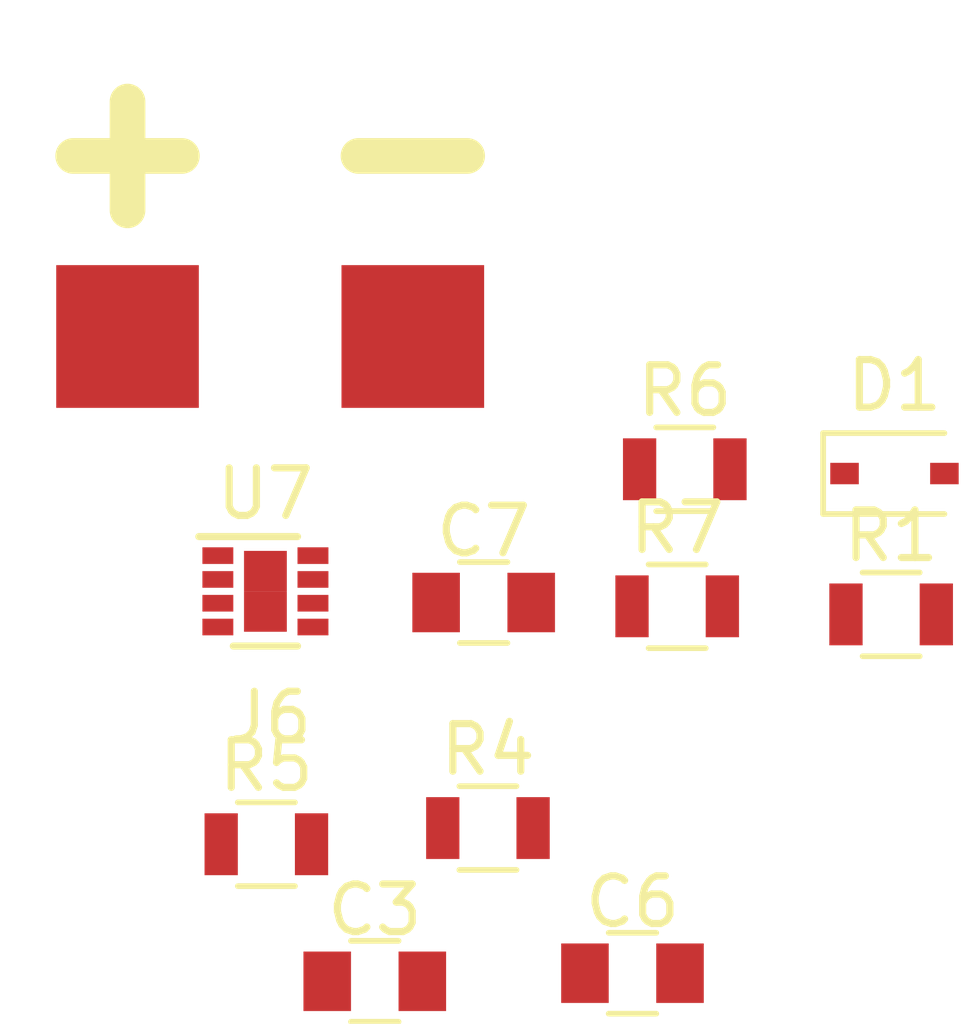
<source format=kicad_pcb>
(kicad_pcb (version 20171130) (host pcbnew "(5.1.2)-2")

  (general
    (thickness 1.6)
    (drawings 0)
    (tracks 0)
    (zones 0)
    (modules 11)
    (nets 11)
  )

  (page A4)
  (layers
    (0 F.Cu signal)
    (1 Pwr.Cu signal)
    (2 Gnd.Cu signal)
    (31 B.Cu signal)
    (32 B.Adhes user)
    (33 F.Adhes user)
    (34 B.Paste user)
    (35 F.Paste user)
    (36 B.SilkS user)
    (37 F.SilkS user)
    (38 B.Mask user)
    (39 F.Mask user)
    (40 Dwgs.User user)
    (41 Cmts.User user)
    (42 Eco1.User user)
    (43 Eco2.User user)
    (44 Edge.Cuts user)
    (45 Margin user)
    (46 B.CrtYd user)
    (47 F.CrtYd user)
    (48 B.Fab user)
    (49 F.Fab user hide)
  )

  (setup
    (last_trace_width 0.1524)
    (user_trace_width 0.1524)
    (user_trace_width 0.2)
    (user_trace_width 0.3)
    (user_trace_width 0.4)
    (trace_clearance 0.1524)
    (zone_clearance 0.508)
    (zone_45_only no)
    (trace_min 0.1524)
    (via_size 0.6858)
    (via_drill 0.3302)
    (via_min_size 0.508)
    (via_min_drill 0.254)
    (uvia_size 0.3)
    (uvia_drill 0.1)
    (uvias_allowed no)
    (uvia_min_size 0.2)
    (uvia_min_drill 0.1)
    (edge_width 0.2)
    (segment_width 0.2)
    (pcb_text_width 0.3)
    (pcb_text_size 1.5 1.5)
    (mod_edge_width 0.15)
    (mod_text_size 1 1)
    (mod_text_width 0.15)
    (pad_size 1.524 1.524)
    (pad_drill 0.762)
    (pad_to_mask_clearance 0.0508)
    (solder_mask_min_width 0.25)
    (aux_axis_origin 0 0)
    (visible_elements 7FFFFFFF)
    (pcbplotparams
      (layerselection 0x010fc_ffffffff)
      (usegerberextensions false)
      (usegerberattributes false)
      (usegerberadvancedattributes false)
      (creategerberjobfile false)
      (excludeedgelayer true)
      (linewidth 0.100000)
      (plotframeref false)
      (viasonmask false)
      (mode 1)
      (useauxorigin false)
      (hpglpennumber 1)
      (hpglpenspeed 20)
      (hpglpendiameter 15.000000)
      (psnegative false)
      (psa4output false)
      (plotreference true)
      (plotvalue true)
      (plotinvisibletext false)
      (padsonsilk false)
      (subtractmaskfromsilk false)
      (outputformat 1)
      (mirror false)
      (drillshape 1)
      (scaleselection 1)
      (outputdirectory ""))
  )

  (net 0 "")
  (net 1 "Net-(R1-Pad1)")
  (net 2 "(GND)")
  (net 3 VIN)
  (net 4 +3.3V)
  (net 5 "Net-(C7-Pad1)")
  (net 6 +5)
  (net 7 PPR)
  (net 8 CHG)
  (net 9 "Net-(R6-Pad1)")
  (net 10 "Net-(R7-Pad1)")

  (net_class Default "This is the default net class."
    (clearance 0.1524)
    (trace_width 0.1524)
    (via_dia 0.6858)
    (via_drill 0.3302)
    (uvia_dia 0.3)
    (uvia_drill 0.1)
    (add_net "(GND)")
    (add_net +3.3V)
    (add_net +5)
    (add_net CHG)
    (add_net "Net-(C7-Pad1)")
    (add_net "Net-(R1-Pad1)")
    (add_net "Net-(R6-Pad1)")
    (add_net "Net-(R7-Pad1)")
    (add_net PPR)
    (add_net VIN)
  )

  (module Capacitors_SMD:C_0805 (layer F.Cu) (tedit 58AA8463) (tstamp 5DA696DB)
    (at 134 108.08)
    (descr "Capacitor SMD 0805, reflow soldering, AVX (see smccp.pdf)")
    (tags "capacitor 0805")
    (path /5D08BD3C/5D99312F)
    (attr smd)
    (fp_text reference C3 (at 0 -1.5) (layer F.SilkS)
      (effects (font (size 1 1) (thickness 0.15)))
    )
    (fp_text value 1uF (at 0 1.75) (layer F.Fab)
      (effects (font (size 1 1) (thickness 0.15)))
    )
    (fp_text user %R (at 0 -1.5) (layer F.Fab)
      (effects (font (size 1 1) (thickness 0.15)))
    )
    (fp_line (start -1 0.62) (end -1 -0.62) (layer F.Fab) (width 0.1))
    (fp_line (start 1 0.62) (end -1 0.62) (layer F.Fab) (width 0.1))
    (fp_line (start 1 -0.62) (end 1 0.62) (layer F.Fab) (width 0.1))
    (fp_line (start -1 -0.62) (end 1 -0.62) (layer F.Fab) (width 0.1))
    (fp_line (start 0.5 -0.85) (end -0.5 -0.85) (layer F.SilkS) (width 0.12))
    (fp_line (start -0.5 0.85) (end 0.5 0.85) (layer F.SilkS) (width 0.12))
    (fp_line (start -1.75 -0.88) (end 1.75 -0.88) (layer F.CrtYd) (width 0.05))
    (fp_line (start -1.75 -0.88) (end -1.75 0.87) (layer F.CrtYd) (width 0.05))
    (fp_line (start 1.75 0.87) (end 1.75 -0.88) (layer F.CrtYd) (width 0.05))
    (fp_line (start 1.75 0.87) (end -1.75 0.87) (layer F.CrtYd) (width 0.05))
    (pad 1 smd rect (at -1 0) (size 1 1.25) (layers F.Cu F.Paste F.Mask)
      (net 3 VIN))
    (pad 2 smd rect (at 1 0) (size 1 1.25) (layers F.Cu F.Paste F.Mask)
      (net 2 "(GND)"))
    (model Capacitors_SMD.3dshapes/C_0805.wrl
      (at (xyz 0 0 0))
      (scale (xyz 1 1 1))
      (rotate (xyz 0 0 0))
    )
  )

  (module Capacitors_SMD:C_0805 (layer F.Cu) (tedit 58AA8463) (tstamp 5DA6970E)
    (at 139.42 107.91)
    (descr "Capacitor SMD 0805, reflow soldering, AVX (see smccp.pdf)")
    (tags "capacitor 0805")
    (path /5D08BD3C/5D9EFACF)
    (attr smd)
    (fp_text reference C6 (at 0 -1.5) (layer F.SilkS)
      (effects (font (size 1 1) (thickness 0.15)))
    )
    (fp_text value 0.1uF (at 0 1.75) (layer F.Fab)
      (effects (font (size 1 1) (thickness 0.15)))
    )
    (fp_text user %R (at 0 -1.5) (layer F.Fab)
      (effects (font (size 1 1) (thickness 0.15)))
    )
    (fp_line (start -1 0.62) (end -1 -0.62) (layer F.Fab) (width 0.1))
    (fp_line (start 1 0.62) (end -1 0.62) (layer F.Fab) (width 0.1))
    (fp_line (start 1 -0.62) (end 1 0.62) (layer F.Fab) (width 0.1))
    (fp_line (start -1 -0.62) (end 1 -0.62) (layer F.Fab) (width 0.1))
    (fp_line (start 0.5 -0.85) (end -0.5 -0.85) (layer F.SilkS) (width 0.12))
    (fp_line (start -0.5 0.85) (end 0.5 0.85) (layer F.SilkS) (width 0.12))
    (fp_line (start -1.75 -0.88) (end 1.75 -0.88) (layer F.CrtYd) (width 0.05))
    (fp_line (start -1.75 -0.88) (end -1.75 0.87) (layer F.CrtYd) (width 0.05))
    (fp_line (start 1.75 0.87) (end 1.75 -0.88) (layer F.CrtYd) (width 0.05))
    (fp_line (start 1.75 0.87) (end -1.75 0.87) (layer F.CrtYd) (width 0.05))
    (pad 1 smd rect (at -1 0) (size 1 1.25) (layers F.Cu F.Paste F.Mask)
      (net 4 +3.3V))
    (pad 2 smd rect (at 1 0) (size 1 1.25) (layers F.Cu F.Paste F.Mask)
      (net 2 "(GND)"))
    (model Capacitors_SMD.3dshapes/C_0805.wrl
      (at (xyz 0 0 0))
      (scale (xyz 1 1 1))
      (rotate (xyz 0 0 0))
    )
  )

  (module Capacitors_SMD:C_0805 (layer F.Cu) (tedit 58AA8463) (tstamp 5DA6971F)
    (at 136.29 100.12)
    (descr "Capacitor SMD 0805, reflow soldering, AVX (see smccp.pdf)")
    (tags "capacitor 0805")
    (path /5D08BD3C/5D9A6502)
    (attr smd)
    (fp_text reference C7 (at 0 -1.5) (layer F.SilkS)
      (effects (font (size 1 1) (thickness 0.15)))
    )
    (fp_text value 1uF (at 0 1.75) (layer F.Fab)
      (effects (font (size 1 1) (thickness 0.15)))
    )
    (fp_line (start 1.75 0.87) (end -1.75 0.87) (layer F.CrtYd) (width 0.05))
    (fp_line (start 1.75 0.87) (end 1.75 -0.88) (layer F.CrtYd) (width 0.05))
    (fp_line (start -1.75 -0.88) (end -1.75 0.87) (layer F.CrtYd) (width 0.05))
    (fp_line (start -1.75 -0.88) (end 1.75 -0.88) (layer F.CrtYd) (width 0.05))
    (fp_line (start -0.5 0.85) (end 0.5 0.85) (layer F.SilkS) (width 0.12))
    (fp_line (start 0.5 -0.85) (end -0.5 -0.85) (layer F.SilkS) (width 0.12))
    (fp_line (start -1 -0.62) (end 1 -0.62) (layer F.Fab) (width 0.1))
    (fp_line (start 1 -0.62) (end 1 0.62) (layer F.Fab) (width 0.1))
    (fp_line (start 1 0.62) (end -1 0.62) (layer F.Fab) (width 0.1))
    (fp_line (start -1 0.62) (end -1 -0.62) (layer F.Fab) (width 0.1))
    (fp_text user %R (at 0 -1.5) (layer F.Fab)
      (effects (font (size 1 1) (thickness 0.15)))
    )
    (pad 2 smd rect (at 1 0) (size 1 1.25) (layers F.Cu F.Paste F.Mask)
      (net 2 "(GND)"))
    (pad 1 smd rect (at -1 0) (size 1 1.25) (layers F.Cu F.Paste F.Mask)
      (net 5 "Net-(C7-Pad1)"))
    (model Capacitors_SMD.3dshapes/C_0805.wrl
      (at (xyz 0 0 0))
      (scale (xyz 1 1 1))
      (rotate (xyz 0 0 0))
    )
  )

  (module Diodes_SMD:D_SOD-323 (layer F.Cu) (tedit 58641739) (tstamp 5DA69747)
    (at 144.93 97.41)
    (descr SOD-323)
    (tags SOD-323)
    (path /5D08BD3C/5DA73D2A)
    (attr smd)
    (fp_text reference D1 (at 0 -1.85) (layer F.SilkS)
      (effects (font (size 1 1) (thickness 0.15)))
    )
    (fp_text value ZLLS410 (at 0.1 1.9) (layer F.Fab)
      (effects (font (size 1 1) (thickness 0.15)))
    )
    (fp_line (start -1.5 -0.85) (end 1.05 -0.85) (layer F.SilkS) (width 0.12))
    (fp_line (start -1.5 0.85) (end 1.05 0.85) (layer F.SilkS) (width 0.12))
    (fp_line (start -1.6 -0.95) (end -1.6 0.95) (layer F.CrtYd) (width 0.05))
    (fp_line (start -1.6 0.95) (end 1.6 0.95) (layer F.CrtYd) (width 0.05))
    (fp_line (start 1.6 -0.95) (end 1.6 0.95) (layer F.CrtYd) (width 0.05))
    (fp_line (start -1.6 -0.95) (end 1.6 -0.95) (layer F.CrtYd) (width 0.05))
    (fp_line (start -0.9 -0.7) (end 0.9 -0.7) (layer F.Fab) (width 0.1))
    (fp_line (start 0.9 -0.7) (end 0.9 0.7) (layer F.Fab) (width 0.1))
    (fp_line (start 0.9 0.7) (end -0.9 0.7) (layer F.Fab) (width 0.1))
    (fp_line (start -0.9 0.7) (end -0.9 -0.7) (layer F.Fab) (width 0.1))
    (fp_line (start -0.3 -0.35) (end -0.3 0.35) (layer F.Fab) (width 0.1))
    (fp_line (start -0.3 0) (end -0.5 0) (layer F.Fab) (width 0.1))
    (fp_line (start -0.3 0) (end 0.2 -0.35) (layer F.Fab) (width 0.1))
    (fp_line (start 0.2 -0.35) (end 0.2 0.35) (layer F.Fab) (width 0.1))
    (fp_line (start 0.2 0.35) (end -0.3 0) (layer F.Fab) (width 0.1))
    (fp_line (start 0.2 0) (end 0.45 0) (layer F.Fab) (width 0.1))
    (fp_line (start -1.5 -0.85) (end -1.5 0.85) (layer F.SilkS) (width 0.12))
    (pad 2 smd rect (at 1.05 0) (size 0.6 0.45) (layers F.Cu F.Paste F.Mask)
      (net 3 VIN))
    (pad 1 smd rect (at -1.05 0) (size 0.6 0.45) (layers F.Cu F.Paste F.Mask)
      (net 6 +5))
    (model Diodes_SMD.3dshapes/D_SOD-323.wrl
      (at (xyz 0 0 0))
      (scale (xyz 1 1 1))
      (rotate (xyz 0 0 180))
    )
  )

  (module "my-fp-library:Battery Pads 3x3" (layer F.Cu) (tedit 5C279C17) (tstamp 5DA69850)
    (at 131.8 94.53)
    (path /5D08BD3C/5DA5855D)
    (fp_text reference J6 (at 0 8) (layer F.SilkS)
      (effects (font (size 1 1) (thickness 0.15)))
    )
    (fp_text value Conn_01x02 (at 0 -7) (layer F.Fab)
      (effects (font (size 1 1) (thickness 0.15)))
    )
    (fp_text user + (at -3 -4) (layer F.SilkS)
      (effects (font (size 3 3) (thickness 0.75)))
    )
    (fp_text user - (at 3 -4) (layer F.SilkS)
      (effects (font (size 3 3) (thickness 0.75)))
    )
    (pad 1 smd rect (at -3 0) (size 3 3) (layers F.Cu F.Paste F.Mask)
      (net 5 "Net-(C7-Pad1)"))
    (pad 2 smd rect (at 3 0) (size 3 3) (layers F.Cu F.Paste F.Mask)
      (net 2 "(GND)"))
  )

  (module Resistors_SMD:R_0805 (layer F.Cu) (tedit 58AADA8F) (tstamp 5DA6988B)
    (at 144.86 100.37)
    (descr "Resistor SMD 0805, reflow soldering, Vishay (see dcrcw.pdf)")
    (tags "resistor 0805")
    (path /5CE52C83)
    (attr smd)
    (fp_text reference R1 (at 0 -1.65) (layer F.SilkS)
      (effects (font (size 1 1) (thickness 0.15)))
    )
    (fp_text value R (at 0 1.75) (layer F.Fab)
      (effects (font (size 1 1) (thickness 0.15)))
    )
    (fp_line (start 1.55 0.9) (end -1.55 0.9) (layer F.CrtYd) (width 0.05))
    (fp_line (start 1.55 0.9) (end 1.55 -0.9) (layer F.CrtYd) (width 0.05))
    (fp_line (start -1.55 -0.9) (end -1.55 0.9) (layer F.CrtYd) (width 0.05))
    (fp_line (start -1.55 -0.9) (end 1.55 -0.9) (layer F.CrtYd) (width 0.05))
    (fp_line (start -0.6 -0.88) (end 0.6 -0.88) (layer F.SilkS) (width 0.12))
    (fp_line (start 0.6 0.88) (end -0.6 0.88) (layer F.SilkS) (width 0.12))
    (fp_line (start -1 -0.62) (end 1 -0.62) (layer F.Fab) (width 0.1))
    (fp_line (start 1 -0.62) (end 1 0.62) (layer F.Fab) (width 0.1))
    (fp_line (start 1 0.62) (end -1 0.62) (layer F.Fab) (width 0.1))
    (fp_line (start -1 0.62) (end -1 -0.62) (layer F.Fab) (width 0.1))
    (fp_text user %R (at 0 -1.65) (layer F.Fab)
      (effects (font (size 1 1) (thickness 0.15)))
    )
    (pad 2 smd rect (at 0.95 0) (size 0.7 1.3) (layers F.Cu F.Paste F.Mask)
      (net 2 "(GND)"))
    (pad 1 smd rect (at -0.95 0) (size 0.7 1.3) (layers F.Cu F.Paste F.Mask)
      (net 1 "Net-(R1-Pad1)"))
    (model Resistors_SMD.3dshapes/R_0805.wrl
      (at (xyz 0 0 0))
      (scale (xyz 1 1 1))
      (rotate (xyz 0 0 0))
    )
  )

  (module Resistors_SMD:R_0805 (layer F.Cu) (tedit 58AADA8F) (tstamp 5DA698BE)
    (at 136.38 104.86)
    (descr "Resistor SMD 0805, reflow soldering, Vishay (see dcrcw.pdf)")
    (tags "resistor 0805")
    (path /5D08BD3C/5D9C809F)
    (attr smd)
    (fp_text reference R4 (at 0 -1.65) (layer F.SilkS)
      (effects (font (size 1 1) (thickness 0.15)))
    )
    (fp_text value 100K (at 0 1.75) (layer F.Fab)
      (effects (font (size 1 1) (thickness 0.15)))
    )
    (fp_line (start 1.55 0.9) (end -1.55 0.9) (layer F.CrtYd) (width 0.05))
    (fp_line (start 1.55 0.9) (end 1.55 -0.9) (layer F.CrtYd) (width 0.05))
    (fp_line (start -1.55 -0.9) (end -1.55 0.9) (layer F.CrtYd) (width 0.05))
    (fp_line (start -1.55 -0.9) (end 1.55 -0.9) (layer F.CrtYd) (width 0.05))
    (fp_line (start -0.6 -0.88) (end 0.6 -0.88) (layer F.SilkS) (width 0.12))
    (fp_line (start 0.6 0.88) (end -0.6 0.88) (layer F.SilkS) (width 0.12))
    (fp_line (start -1 -0.62) (end 1 -0.62) (layer F.Fab) (width 0.1))
    (fp_line (start 1 -0.62) (end 1 0.62) (layer F.Fab) (width 0.1))
    (fp_line (start 1 0.62) (end -1 0.62) (layer F.Fab) (width 0.1))
    (fp_line (start -1 0.62) (end -1 -0.62) (layer F.Fab) (width 0.1))
    (fp_text user %R (at 0 -1.65) (layer F.Fab)
      (effects (font (size 1 1) (thickness 0.15)))
    )
    (pad 2 smd rect (at 0.95 0) (size 0.7 1.3) (layers F.Cu F.Paste F.Mask)
      (net 7 PPR))
    (pad 1 smd rect (at -0.95 0) (size 0.7 1.3) (layers F.Cu F.Paste F.Mask)
      (net 4 +3.3V))
    (model Resistors_SMD.3dshapes/R_0805.wrl
      (at (xyz 0 0 0))
      (scale (xyz 1 1 1))
      (rotate (xyz 0 0 0))
    )
  )

  (module Resistors_SMD:R_0805 (layer F.Cu) (tedit 58AADA8F) (tstamp 5DA698CF)
    (at 131.72 105.2)
    (descr "Resistor SMD 0805, reflow soldering, Vishay (see dcrcw.pdf)")
    (tags "resistor 0805")
    (path /5D08BD3C/5D9C8902)
    (attr smd)
    (fp_text reference R5 (at 0 -1.65) (layer F.SilkS)
      (effects (font (size 1 1) (thickness 0.15)))
    )
    (fp_text value 100K (at 0 1.75) (layer F.Fab)
      (effects (font (size 1 1) (thickness 0.15)))
    )
    (fp_line (start 1.55 0.9) (end -1.55 0.9) (layer F.CrtYd) (width 0.05))
    (fp_line (start 1.55 0.9) (end 1.55 -0.9) (layer F.CrtYd) (width 0.05))
    (fp_line (start -1.55 -0.9) (end -1.55 0.9) (layer F.CrtYd) (width 0.05))
    (fp_line (start -1.55 -0.9) (end 1.55 -0.9) (layer F.CrtYd) (width 0.05))
    (fp_line (start -0.6 -0.88) (end 0.6 -0.88) (layer F.SilkS) (width 0.12))
    (fp_line (start 0.6 0.88) (end -0.6 0.88) (layer F.SilkS) (width 0.12))
    (fp_line (start -1 -0.62) (end 1 -0.62) (layer F.Fab) (width 0.1))
    (fp_line (start 1 -0.62) (end 1 0.62) (layer F.Fab) (width 0.1))
    (fp_line (start 1 0.62) (end -1 0.62) (layer F.Fab) (width 0.1))
    (fp_line (start -1 0.62) (end -1 -0.62) (layer F.Fab) (width 0.1))
    (fp_text user %R (at 0 -1.65) (layer F.Fab)
      (effects (font (size 1 1) (thickness 0.15)))
    )
    (pad 2 smd rect (at 0.95 0) (size 0.7 1.3) (layers F.Cu F.Paste F.Mask)
      (net 8 CHG))
    (pad 1 smd rect (at -0.95 0) (size 0.7 1.3) (layers F.Cu F.Paste F.Mask)
      (net 4 +3.3V))
    (model Resistors_SMD.3dshapes/R_0805.wrl
      (at (xyz 0 0 0))
      (scale (xyz 1 1 1))
      (rotate (xyz 0 0 0))
    )
  )

  (module Resistors_SMD:R_0805 (layer F.Cu) (tedit 58AADA8F) (tstamp 5DA698E0)
    (at 140.52 97.32)
    (descr "Resistor SMD 0805, reflow soldering, Vishay (see dcrcw.pdf)")
    (tags "resistor 0805")
    (path /5D08BD3C/5D9B59C1)
    (attr smd)
    (fp_text reference R6 (at 0 -1.65) (layer F.SilkS)
      (effects (font (size 1 1) (thickness 0.15)))
    )
    (fp_text value 3M (at 0 1.75) (layer F.Fab)
      (effects (font (size 1 1) (thickness 0.15)))
    )
    (fp_text user %R (at 0 -1.65) (layer F.Fab)
      (effects (font (size 1 1) (thickness 0.15)))
    )
    (fp_line (start -1 0.62) (end -1 -0.62) (layer F.Fab) (width 0.1))
    (fp_line (start 1 0.62) (end -1 0.62) (layer F.Fab) (width 0.1))
    (fp_line (start 1 -0.62) (end 1 0.62) (layer F.Fab) (width 0.1))
    (fp_line (start -1 -0.62) (end 1 -0.62) (layer F.Fab) (width 0.1))
    (fp_line (start 0.6 0.88) (end -0.6 0.88) (layer F.SilkS) (width 0.12))
    (fp_line (start -0.6 -0.88) (end 0.6 -0.88) (layer F.SilkS) (width 0.12))
    (fp_line (start -1.55 -0.9) (end 1.55 -0.9) (layer F.CrtYd) (width 0.05))
    (fp_line (start -1.55 -0.9) (end -1.55 0.9) (layer F.CrtYd) (width 0.05))
    (fp_line (start 1.55 0.9) (end 1.55 -0.9) (layer F.CrtYd) (width 0.05))
    (fp_line (start 1.55 0.9) (end -1.55 0.9) (layer F.CrtYd) (width 0.05))
    (pad 1 smd rect (at -0.95 0) (size 0.7 1.3) (layers F.Cu F.Paste F.Mask)
      (net 9 "Net-(R6-Pad1)"))
    (pad 2 smd rect (at 0.95 0) (size 0.7 1.3) (layers F.Cu F.Paste F.Mask)
      (net 2 "(GND)"))
    (model Resistors_SMD.3dshapes/R_0805.wrl
      (at (xyz 0 0 0))
      (scale (xyz 1 1 1))
      (rotate (xyz 0 0 0))
    )
  )

  (module Resistors_SMD:R_0805 (layer F.Cu) (tedit 58AADA8F) (tstamp 5DA698F1)
    (at 140.36 100.2)
    (descr "Resistor SMD 0805, reflow soldering, Vishay (see dcrcw.pdf)")
    (tags "resistor 0805")
    (path /5D08BD3C/5D9B4B99)
    (attr smd)
    (fp_text reference R7 (at 0 -1.65) (layer F.SilkS)
      (effects (font (size 1 1) (thickness 0.15)))
    )
    (fp_text value 301K (at 0 1.75) (layer F.Fab)
      (effects (font (size 1 1) (thickness 0.15)))
    )
    (fp_text user %R (at 0 -1.65) (layer F.Fab)
      (effects (font (size 1 1) (thickness 0.15)))
    )
    (fp_line (start -1 0.62) (end -1 -0.62) (layer F.Fab) (width 0.1))
    (fp_line (start 1 0.62) (end -1 0.62) (layer F.Fab) (width 0.1))
    (fp_line (start 1 -0.62) (end 1 0.62) (layer F.Fab) (width 0.1))
    (fp_line (start -1 -0.62) (end 1 -0.62) (layer F.Fab) (width 0.1))
    (fp_line (start 0.6 0.88) (end -0.6 0.88) (layer F.SilkS) (width 0.12))
    (fp_line (start -0.6 -0.88) (end 0.6 -0.88) (layer F.SilkS) (width 0.12))
    (fp_line (start -1.55 -0.9) (end 1.55 -0.9) (layer F.CrtYd) (width 0.05))
    (fp_line (start -1.55 -0.9) (end -1.55 0.9) (layer F.CrtYd) (width 0.05))
    (fp_line (start 1.55 0.9) (end 1.55 -0.9) (layer F.CrtYd) (width 0.05))
    (fp_line (start 1.55 0.9) (end -1.55 0.9) (layer F.CrtYd) (width 0.05))
    (pad 1 smd rect (at -0.95 0) (size 0.7 1.3) (layers F.Cu F.Paste F.Mask)
      (net 10 "Net-(R7-Pad1)"))
    (pad 2 smd rect (at 0.95 0) (size 0.7 1.3) (layers F.Cu F.Paste F.Mask)
      (net 2 "(GND)"))
    (model Resistors_SMD.3dshapes/R_0805.wrl
      (at (xyz 0 0 0))
      (scale (xyz 1 1 1))
      (rotate (xyz 0 0 0))
    )
  )

  (module Housings_DFN_QFN:VDFN-8-1EP_2x2mm_Pitch0.5mm (layer F.Cu) (tedit 54130A77) (tstamp 5DA69A44)
    (at 131.7 99.885)
    (descr "8-Lead Very Thin Dual Flatpack No-Lead (LZ) - 2x3x0.9 mm Body [VDFN] (see Microchip Packaging Specification 00000049BS.pdf)")
    (tags "DFN 0.5")
    (path /5D08BD3C/5D9927A1)
    (attr smd)
    (fp_text reference U7 (at 0 -2.05) (layer F.SilkS)
      (effects (font (size 1 1) (thickness 0.15)))
    )
    (fp_text value SGM40561 (at 0 2.05) (layer F.Fab)
      (effects (font (size 1 1) (thickness 0.15)))
    )
    (fp_line (start 0 -1) (end 1 -1) (layer F.Fab) (width 0.15))
    (fp_line (start 1 -1) (end 1 1) (layer F.Fab) (width 0.15))
    (fp_line (start 1 1) (end -1 1) (layer F.Fab) (width 0.15))
    (fp_line (start -1 1) (end -1 0) (layer F.Fab) (width 0.15))
    (fp_line (start -1 0) (end 0 -1) (layer F.Fab) (width 0.15))
    (fp_line (start -1.6 -1.3) (end -1.6 1.3) (layer F.CrtYd) (width 0.05))
    (fp_line (start 1.6 -1.3) (end 1.6 1.3) (layer F.CrtYd) (width 0.05))
    (fp_line (start -1.6 -1.3) (end 1.6 -1.3) (layer F.CrtYd) (width 0.05))
    (fp_line (start -1.6 1.3) (end 1.6 1.3) (layer F.CrtYd) (width 0.05))
    (fp_line (start -0.675 1.15) (end 0.675 1.15) (layer F.SilkS) (width 0.15))
    (fp_line (start -1.4 -1.15) (end 0.675 -1.15) (layer F.SilkS) (width 0.15))
    (pad 1 smd rect (at -1 -0.75) (size 0.65 0.35) (layers F.Cu F.Paste F.Mask)
      (net 3 VIN))
    (pad 2 smd rect (at -1 -0.25) (size 0.65 0.35) (layers F.Cu F.Paste F.Mask)
      (net 7 PPR))
    (pad 3 smd rect (at -1 0.25) (size 0.65 0.35) (layers F.Cu F.Paste F.Mask)
      (net 8 CHG))
    (pad 4 smd rect (at -1 0.75) (size 0.65 0.35) (layers F.Cu F.Paste F.Mask)
      (net 2 "(GND)"))
    (pad 5 smd rect (at 1 0.75) (size 0.65 0.35) (layers F.Cu F.Paste F.Mask)
      (net 2 "(GND)"))
    (pad 6 smd rect (at 1 0.25) (size 0.65 0.35) (layers F.Cu F.Paste F.Mask)
      (net 9 "Net-(R6-Pad1)"))
    (pad 7 smd rect (at 1 -0.25) (size 0.65 0.35) (layers F.Cu F.Paste F.Mask)
      (net 10 "Net-(R7-Pad1)"))
    (pad 8 smd rect (at 1 -0.75) (size 0.65 0.35) (layers F.Cu F.Paste F.Mask)
      (net 5 "Net-(C7-Pad1)"))
    (pad 9 smd rect (at 0 0.425) (size 0.9 0.85) (layers F.Cu F.Paste F.Mask)
      (solder_paste_margin_ratio -0.2))
    (pad 9 smd rect (at 0 -0.425) (size 0.9 0.85) (layers F.Cu F.Paste F.Mask)
      (solder_paste_margin_ratio -0.2))
    (model Housings_DFN_QFN.3dshapes/VDFN-8-1EP_2x2mm_Pitch0.5mm.wrl
      (at (xyz 0 0 0))
      (scale (xyz 1 1 1))
      (rotate (xyz 0 0 0))
    )
  )

)

</source>
